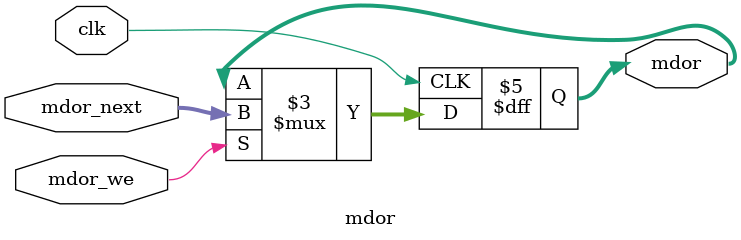
<source format=v>
module mdor(clk, mdor_we, mdor_next, mdor);
    input clk;
    input mdor_we;
    input [31:0] mdor_next;
    output reg [31:0] mdor;
  always @(posedge clk) begin
    if (mdor_we == 1) begin
      mdor <= mdor_next;
    end
  end
endmodule
</source>
